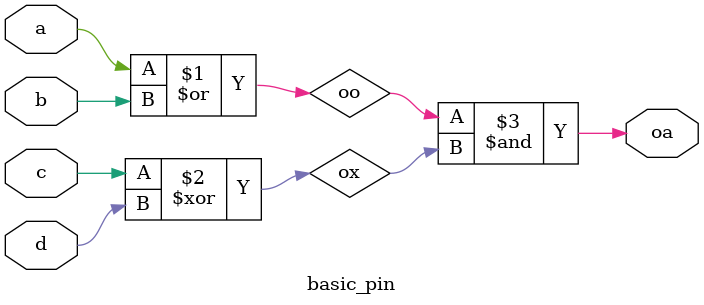
<source format=v>


module basic_pin(a, b, c, d, oa);
  input signed a, b, c, d ;
  output signed oa;
  wire signed oo, ox;
  assign oo = a | b;
  assign ox = c ^ d;
  assign oa = oo & ox;
endmodule


</source>
